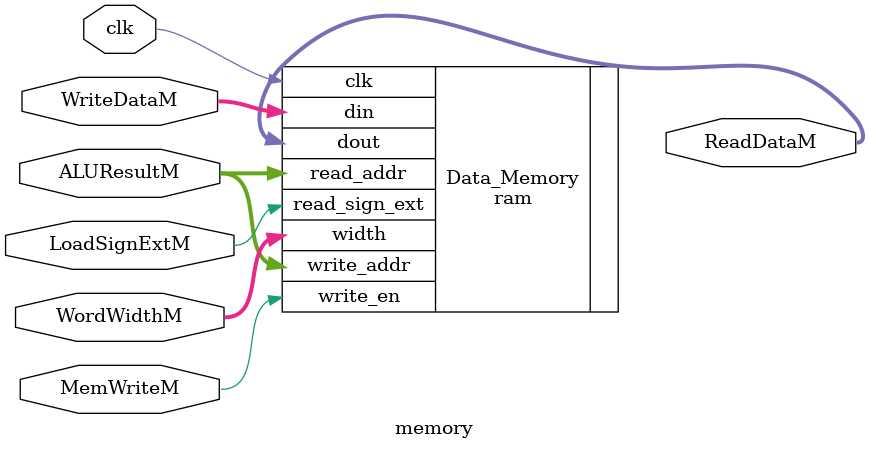
<source format=sv>
module memory#(
    parameter ADDR_WIDTH = 5,
              DATA_WIDTH = 32
)(
    input logic clk,
    input logic [DATA_WIDTH-1:0] ALUResultM,
    input logic [DATA_WIDTH-1:0] WriteDataM,
    input logic MemWriteM,
    output logic [DATA_WIDTH-1:0] ReadDataM,
    input logic [1:0] WordWidthM,
    input logic LoadSignExtM
);

ram Data_Memory(
    .read_addr(ALUResultM),
    .write_addr(ALUResultM),
    .width(WordWidthM),
    .read_sign_ext(LoadSignExtM),
    .din(WriteDataM),
    .dout(ReadDataM),
    .write_en(MemWriteM),
    .clk(clk)
);

endmodule

</source>
